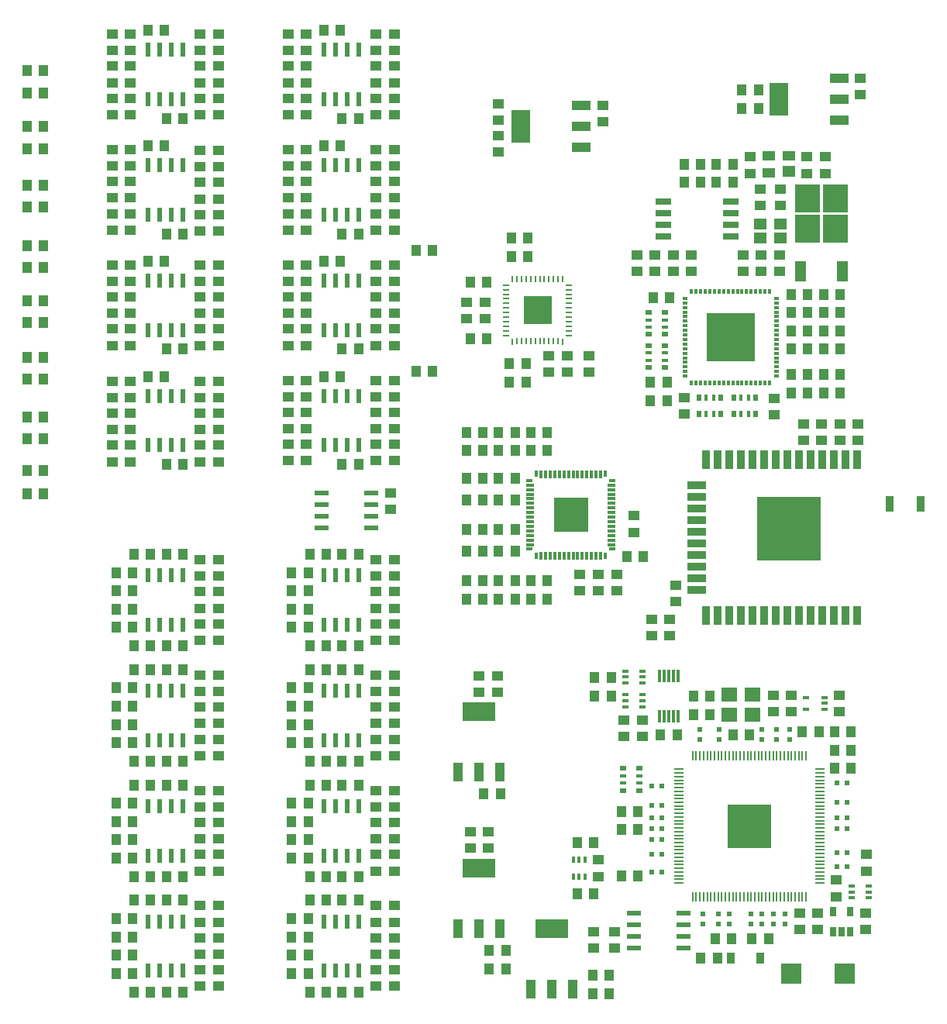
<source format=gtp>
G04 #@! TF.GenerationSoftware,KiCad,Pcbnew,(5.1.0-0)*
G04 #@! TF.CreationDate,2019-05-15T16:19:01+02:00*
G04 #@! TF.ProjectId,freeDSP-aurora,66726565-4453-4502-9d61-75726f72612e,rev?*
G04 #@! TF.SameCoordinates,Original*
G04 #@! TF.FileFunction,Paste,Top*
G04 #@! TF.FilePolarity,Positive*
%FSLAX46Y46*%
G04 Gerber Fmt 4.6, Leading zero omitted, Abs format (unit mm)*
G04 Created by KiCad (PCBNEW (5.1.0-0)) date 2019-05-15 16:19:01*
%MOMM*%
%LPD*%
G04 APERTURE LIST*
%ADD10R,1.000000X0.230000*%
%ADD11R,0.230000X1.000000*%
%ADD12R,4.800000X4.800000*%
%ADD13O,4.800000X4.800000*%
%ADD14R,1.300000X1.000000*%
%ADD15R,1.000000X1.300000*%
%ADD16R,0.660400X0.406400*%
%ADD17R,1.016000X2.032000*%
%ADD18R,3.657600X2.032000*%
%ADD19R,0.600000X1.550000*%
%ADD20R,2.200000X2.200000*%
%ADD21R,0.500000X0.800000*%
%ADD22R,0.400000X0.800000*%
%ADD23R,0.400000X0.790000*%
%ADD24R,0.500000X0.790000*%
%ADD25R,0.800000X0.500000*%
%ADD26R,0.800000X0.400000*%
%ADD27R,1.400000X1.200000*%
%ADD28R,0.650000X0.250000*%
%ADD29R,0.700000X0.250000*%
%ADD30R,0.250000X0.650000*%
%ADD31R,0.250000X0.700000*%
%ADD32R,3.060000X3.060000*%
%ADD33R,0.750000X0.300000*%
%ADD34R,0.850000X0.300000*%
%ADD35R,0.300000X0.750000*%
%ADD36R,0.300000X0.850000*%
%ADD37R,3.690000X3.690000*%
%ADD38R,0.600000X0.500000*%
%ADD39R,0.500000X0.600000*%
%ADD40R,1.700000X1.500000*%
%ADD41R,0.398780X0.749300*%
%ADD42R,0.650000X1.060000*%
%ADD43R,0.650000X0.400000*%
%ADD44R,0.300000X1.400000*%
%ADD45R,0.749300X0.398780*%
%ADD46R,0.900000X2.000000*%
%ADD47R,2.000000X0.900000*%
%ADD48R,7.000000X7.000000*%
%ADD49R,2.032000X3.657600*%
%ADD50R,2.032000X1.016000*%
%ADD51R,5.250000X5.250000*%
%ADD52R,0.550000X0.300000*%
%ADD53R,0.300000X0.550000*%
%ADD54R,0.910000X1.220000*%
%ADD55R,1.700000X0.650000*%
%ADD56R,1.399540X1.198880*%
%ADD57R,1.399540X1.000760*%
%ADD58R,1.550000X0.600000*%
%ADD59R,1.200000X2.200000*%
%ADD60R,2.750000X3.050000*%
%ADD61R,0.900000X1.700000*%
G04 APERTURE END LIST*
D10*
X171200000Y-128300000D03*
X171200000Y-128700000D03*
X171200000Y-129100000D03*
X171200000Y-129500000D03*
X171200000Y-129900000D03*
X171200000Y-130300000D03*
X171200000Y-130700000D03*
X171200000Y-131100000D03*
X171200000Y-131500000D03*
X171200000Y-131900000D03*
X171200000Y-132300000D03*
X171200000Y-132700000D03*
X171200000Y-133100000D03*
X171200000Y-133500000D03*
X171200000Y-133900000D03*
X171200000Y-134300000D03*
X171200000Y-134700000D03*
X171200000Y-135100000D03*
X171200000Y-135500000D03*
X171200000Y-135900000D03*
X171200000Y-136300000D03*
X171200000Y-136700000D03*
X171200000Y-137100000D03*
X171200000Y-137500000D03*
X171200000Y-137900000D03*
X171200000Y-138300000D03*
X171200000Y-138700000D03*
X171200000Y-139100000D03*
X171200000Y-139500000D03*
X171200000Y-139900000D03*
X171200000Y-140300000D03*
X171200000Y-140700000D03*
D11*
X172700000Y-142200000D03*
X173100000Y-142200000D03*
X173500000Y-142200000D03*
X173900000Y-142200000D03*
X174300000Y-142200000D03*
X174700000Y-142200000D03*
X175100000Y-142200000D03*
X175500000Y-142200000D03*
X175900000Y-142200000D03*
X176300000Y-142200000D03*
X176700000Y-142200000D03*
X177100000Y-142200000D03*
X177500000Y-142200000D03*
X177900000Y-142200000D03*
X178300000Y-142200000D03*
X178700000Y-142200000D03*
X179100000Y-142200000D03*
X179500000Y-142200000D03*
X179900000Y-142200000D03*
X180300000Y-142200000D03*
X180700000Y-142200000D03*
X181100000Y-142200000D03*
X181500000Y-142200000D03*
X181900000Y-142200000D03*
X182300000Y-142200000D03*
X182700000Y-142200000D03*
X183100000Y-142200000D03*
X183500000Y-142200000D03*
X183900000Y-142200000D03*
X184300000Y-142200000D03*
X184700000Y-142200000D03*
X185100000Y-142200000D03*
D10*
X186600000Y-140700000D03*
X186600000Y-140300000D03*
X186600000Y-139900000D03*
X186600000Y-139500000D03*
X186600000Y-139100000D03*
X186600000Y-138700000D03*
X186600000Y-138300000D03*
X186600000Y-137900000D03*
X186600000Y-137500000D03*
X186600000Y-137100000D03*
X186600000Y-136700000D03*
X186600000Y-136300000D03*
X186600000Y-135900000D03*
X186600000Y-135500000D03*
X186600000Y-135100000D03*
X186600000Y-134700000D03*
X186600000Y-134300000D03*
X186600000Y-133900000D03*
X186600000Y-133500000D03*
X186600000Y-133100000D03*
X186600000Y-132700000D03*
X186600000Y-132300000D03*
X186600000Y-131900000D03*
X186600000Y-131500000D03*
X186600000Y-131100000D03*
X186600000Y-130700000D03*
X186600000Y-130300000D03*
X186600000Y-129900000D03*
X186600000Y-129500000D03*
X186600000Y-129100000D03*
X186600000Y-128700000D03*
X186600000Y-128300000D03*
D11*
X185100000Y-126800000D03*
X184700000Y-126800000D03*
X184300000Y-126800000D03*
X183900000Y-126800000D03*
X183500000Y-126800000D03*
X183100000Y-126800000D03*
X182700000Y-126800000D03*
X182300000Y-126800000D03*
X181900000Y-126800000D03*
X181500000Y-126800000D03*
X181100000Y-126800000D03*
X180700000Y-126800000D03*
X180300000Y-126800000D03*
X179900000Y-126800000D03*
X179500000Y-126800000D03*
X179100000Y-126800000D03*
X178700000Y-126800000D03*
X178300000Y-126800000D03*
X177900000Y-126800000D03*
X177500000Y-126800000D03*
X177100000Y-126800000D03*
X176700000Y-126800000D03*
X176300000Y-126800000D03*
X175900000Y-126800000D03*
X175500000Y-126800000D03*
X175100000Y-126800000D03*
X174700000Y-126800000D03*
X174300000Y-126800000D03*
X173900000Y-126800000D03*
X173500000Y-126800000D03*
X173100000Y-126800000D03*
X172700000Y-126800000D03*
D12*
X178900000Y-134500000D03*
D13*
X178900000Y-134500000D03*
D14*
X191600000Y-145800000D03*
X191600000Y-144000000D03*
D15*
X150500000Y-150100000D03*
X152300000Y-150100000D03*
D16*
X185084000Y-121760400D03*
X185084000Y-120439600D03*
X187116000Y-121100000D03*
X187116000Y-120439600D03*
X187116000Y-121760400D03*
D15*
X149900000Y-131000000D03*
X151700000Y-131000000D03*
D17*
X147114000Y-128602000D03*
X151686000Y-128602000D03*
X149400000Y-128602000D03*
D18*
X149400000Y-121998000D03*
D14*
X170900000Y-108200000D03*
X170900000Y-110000000D03*
X151400000Y-118100000D03*
X151400000Y-119900000D03*
X149400000Y-118100000D03*
X149400000Y-119900000D03*
D19*
X132395000Y-137700000D03*
X133665000Y-137700000D03*
X134935000Y-137700000D03*
X136205000Y-137700000D03*
X136205000Y-132300000D03*
X134935000Y-132300000D03*
X133665000Y-132300000D03*
X132395000Y-132300000D03*
X132395000Y-112500000D03*
X133665000Y-112500000D03*
X134935000Y-112500000D03*
X136205000Y-112500000D03*
X136205000Y-107100000D03*
X134935000Y-107100000D03*
X133665000Y-107100000D03*
X132395000Y-107100000D03*
D14*
X120900000Y-78500000D03*
X120900000Y-76700000D03*
D20*
X189300000Y-150600000D03*
X183500000Y-150600000D03*
D14*
X184400000Y-145800000D03*
X184400000Y-144000000D03*
D15*
X155000000Y-91500000D03*
X156800000Y-91500000D03*
X130900000Y-114800000D03*
X132700000Y-114800000D03*
D14*
X120900000Y-114200000D03*
X120900000Y-112400000D03*
X140100000Y-114200000D03*
X140100000Y-112400000D03*
D15*
X111700000Y-114800000D03*
X113500000Y-114800000D03*
X128900000Y-106800000D03*
X130700000Y-106800000D03*
X109700000Y-106800000D03*
X111500000Y-106800000D03*
X151500000Y-93500000D03*
X153300000Y-93500000D03*
D14*
X120900000Y-107200000D03*
X120900000Y-105400000D03*
D15*
X128900000Y-108800000D03*
X130700000Y-108800000D03*
X111700000Y-127400000D03*
X113500000Y-127400000D03*
X130900000Y-127400000D03*
X132700000Y-127400000D03*
X156800000Y-93500000D03*
X155000000Y-93500000D03*
D14*
X120900000Y-126800000D03*
X120900000Y-125000000D03*
X140100000Y-126800000D03*
X140100000Y-125000000D03*
D15*
X109700000Y-119400000D03*
X111500000Y-119400000D03*
X128900000Y-119400000D03*
X130700000Y-119400000D03*
X148000000Y-96500000D03*
X149800000Y-96500000D03*
X148000000Y-98900000D03*
X149800000Y-98900000D03*
X153300000Y-98900000D03*
X151500000Y-98900000D03*
X109700000Y-121400000D03*
X111500000Y-121400000D03*
X128900000Y-121400000D03*
X130700000Y-121400000D03*
X153300000Y-102100000D03*
X151500000Y-102100000D03*
X111700000Y-140000000D03*
X113500000Y-140000000D03*
D14*
X120900000Y-139400000D03*
X120900000Y-137600000D03*
D15*
X109700000Y-132000000D03*
X111500000Y-132000000D03*
X149800000Y-102100000D03*
X148000000Y-102100000D03*
X156800000Y-107700000D03*
X155000000Y-107700000D03*
X109700000Y-134000000D03*
X111500000Y-134000000D03*
D14*
X120900000Y-132400000D03*
X120900000Y-130600000D03*
D15*
X130900000Y-140000000D03*
X132700000Y-140000000D03*
D14*
X140100000Y-139400000D03*
X140100000Y-137600000D03*
X164400000Y-107000000D03*
X164400000Y-108800000D03*
D15*
X165500000Y-105100000D03*
X167300000Y-105100000D03*
X128900000Y-132000000D03*
X130700000Y-132000000D03*
X149800000Y-104500000D03*
X148000000Y-104500000D03*
X111700000Y-152600000D03*
X113500000Y-152600000D03*
X130900000Y-152600000D03*
X132700000Y-152600000D03*
D14*
X120900000Y-152000000D03*
X120900000Y-150200000D03*
X140100000Y-152000000D03*
X140100000Y-150200000D03*
D15*
X153300000Y-96500000D03*
X151500000Y-96500000D03*
X153300000Y-104500000D03*
X151500000Y-104500000D03*
D14*
X160400000Y-107000000D03*
X160400000Y-108800000D03*
D15*
X109700000Y-144600000D03*
X111500000Y-144600000D03*
X128900000Y-144600000D03*
X130700000Y-144600000D03*
X151500000Y-107700000D03*
X153300000Y-107700000D03*
X156800000Y-109700000D03*
X155000000Y-109700000D03*
X109700000Y-146600000D03*
X111500000Y-146600000D03*
X128900000Y-146600000D03*
X130700000Y-146600000D03*
X113500000Y-104800000D03*
X111700000Y-104800000D03*
X132700000Y-104800000D03*
X130900000Y-104800000D03*
X113500000Y-117400000D03*
X111700000Y-117400000D03*
X132700000Y-117400000D03*
X130900000Y-117400000D03*
X113500000Y-130000000D03*
X111700000Y-130000000D03*
X132700000Y-130000000D03*
X130900000Y-130000000D03*
X113500000Y-142600000D03*
X111700000Y-142600000D03*
X132700000Y-142600000D03*
X130900000Y-142600000D03*
D14*
X118900000Y-114200000D03*
X118900000Y-112400000D03*
X138100000Y-114200000D03*
X138100000Y-112400000D03*
D15*
X109700000Y-112800000D03*
X111500000Y-112800000D03*
X128900000Y-112800000D03*
X130700000Y-112800000D03*
X117000000Y-114800000D03*
X115200000Y-114800000D03*
X136200000Y-114800000D03*
X134400000Y-114800000D03*
X109700000Y-110800000D03*
X111500000Y-110800000D03*
X128900000Y-110800000D03*
X130700000Y-110800000D03*
D14*
X120900000Y-108900000D03*
X120900000Y-110700000D03*
X140100000Y-108900000D03*
X140100000Y-110700000D03*
D15*
X117000000Y-104800000D03*
X115200000Y-104800000D03*
D14*
X138100000Y-105400000D03*
X138100000Y-107200000D03*
D15*
X148000000Y-91500000D03*
X149800000Y-91500000D03*
D14*
X118900000Y-126800000D03*
X118900000Y-125000000D03*
X138100000Y-126800000D03*
X138100000Y-125000000D03*
D15*
X109700000Y-125400000D03*
X111500000Y-125400000D03*
X128900000Y-125400000D03*
X130700000Y-125400000D03*
X117000000Y-127400000D03*
X115200000Y-127400000D03*
X136200000Y-127400000D03*
X134400000Y-127400000D03*
X148000000Y-93500000D03*
X149800000Y-93500000D03*
X109700000Y-123400000D03*
X111500000Y-123400000D03*
X128900000Y-123400000D03*
X130700000Y-123400000D03*
D14*
X120900000Y-121500000D03*
X120900000Y-123300000D03*
X140100000Y-121500000D03*
X140100000Y-123300000D03*
X118900000Y-118000000D03*
X118900000Y-119800000D03*
X138100000Y-118000000D03*
X138100000Y-119800000D03*
D15*
X148000000Y-107700000D03*
X149800000Y-107700000D03*
D14*
X166300000Y-100600000D03*
X166300000Y-102400000D03*
X118900000Y-139400000D03*
X118900000Y-137600000D03*
D15*
X109700000Y-138000000D03*
X111500000Y-138000000D03*
X117000000Y-140000000D03*
X115200000Y-140000000D03*
X109700000Y-136000000D03*
X111500000Y-136000000D03*
D14*
X120900000Y-134100000D03*
X120900000Y-135900000D03*
X118900000Y-130600000D03*
X118900000Y-132400000D03*
D15*
X148000000Y-109700000D03*
X149800000Y-109700000D03*
D14*
X118900000Y-134100000D03*
X118900000Y-135900000D03*
D15*
X117000000Y-130000000D03*
X115200000Y-130000000D03*
D14*
X138100000Y-139400000D03*
X138100000Y-137600000D03*
D15*
X128900000Y-138000000D03*
X130700000Y-138000000D03*
X136200000Y-140000000D03*
X134400000Y-140000000D03*
X128900000Y-136000000D03*
X130700000Y-136000000D03*
D14*
X118900000Y-152000000D03*
X118900000Y-150200000D03*
X138100000Y-152000000D03*
X138100000Y-150200000D03*
D15*
X109700000Y-150600000D03*
X111500000Y-150600000D03*
X128900000Y-150600000D03*
X130700000Y-150600000D03*
X117000000Y-152600000D03*
X115200000Y-152600000D03*
X136200000Y-152600000D03*
X134400000Y-152600000D03*
X109700000Y-148600000D03*
X111500000Y-148600000D03*
X128900000Y-148600000D03*
X130700000Y-148600000D03*
D14*
X120900000Y-146700000D03*
X120900000Y-148500000D03*
X140100000Y-146700000D03*
X140100000Y-148500000D03*
X118900000Y-143200000D03*
X118900000Y-145000000D03*
X138100000Y-143200000D03*
X138100000Y-145000000D03*
X128500000Y-51500000D03*
X128500000Y-53300000D03*
X109300000Y-51500000D03*
X109300000Y-53300000D03*
X130500000Y-48000000D03*
X130500000Y-49800000D03*
X111300000Y-48000000D03*
X111300000Y-49800000D03*
X138100000Y-56800000D03*
X138100000Y-55000000D03*
X118900000Y-56800000D03*
X118900000Y-55000000D03*
X138100000Y-49800000D03*
X138100000Y-48000000D03*
X118900000Y-49800000D03*
X118900000Y-48000000D03*
X161400000Y-83100000D03*
X161400000Y-84900000D03*
X109300000Y-64100000D03*
X109300000Y-65900000D03*
X128500000Y-64100000D03*
X128500000Y-65900000D03*
X111300000Y-60600000D03*
X111300000Y-62400000D03*
X130500000Y-60600000D03*
X130500000Y-62400000D03*
D15*
X152700000Y-84000000D03*
X154500000Y-84000000D03*
D14*
X118900000Y-69500000D03*
X118900000Y-67700000D03*
X138100000Y-69400000D03*
X138100000Y-67600000D03*
X118900000Y-62500000D03*
X118900000Y-60700000D03*
X138100000Y-62400000D03*
X138100000Y-60600000D03*
D15*
X150200000Y-81300000D03*
X148400000Y-81300000D03*
D14*
X109300000Y-76700000D03*
X109300000Y-78500000D03*
X128500000Y-76700000D03*
X128500000Y-78500000D03*
X111300000Y-73200000D03*
X111300000Y-75000000D03*
X130500000Y-73200000D03*
X130500000Y-75000000D03*
X150000000Y-79100000D03*
X150000000Y-77300000D03*
X118900000Y-82000000D03*
X118900000Y-80200000D03*
X138100000Y-82000000D03*
X138100000Y-80200000D03*
X118900000Y-75000000D03*
X118900000Y-73200000D03*
X138100000Y-75000000D03*
X138100000Y-73200000D03*
D15*
X150200000Y-75100000D03*
X148400000Y-75100000D03*
D14*
X109300000Y-89400000D03*
X109300000Y-91200000D03*
X128500000Y-89300000D03*
X128500000Y-91100000D03*
X111300000Y-85900000D03*
X111300000Y-87700000D03*
X130500000Y-85800000D03*
X130500000Y-87600000D03*
D15*
X152900000Y-72300000D03*
X154700000Y-72300000D03*
D14*
X118900000Y-94700000D03*
X118900000Y-92900000D03*
X138100000Y-94600000D03*
X138100000Y-92800000D03*
X118900000Y-87700000D03*
X118900000Y-85900000D03*
X138100000Y-87600000D03*
X138100000Y-85800000D03*
X157000000Y-83100000D03*
X157000000Y-84900000D03*
D15*
X132400000Y-47600000D03*
X134200000Y-47600000D03*
X113200000Y-47600000D03*
X115000000Y-47600000D03*
X113200000Y-60200000D03*
X115000000Y-60200000D03*
X132400000Y-60200000D03*
X134200000Y-60200000D03*
X113200000Y-72800000D03*
X115000000Y-72800000D03*
X132400000Y-72800000D03*
X134200000Y-72800000D03*
X113200000Y-85400000D03*
X115000000Y-85400000D03*
X132400000Y-85400000D03*
X134200000Y-85400000D03*
X134400000Y-57200000D03*
X136200000Y-57200000D03*
D14*
X130500000Y-55000000D03*
X130500000Y-56800000D03*
D15*
X115200000Y-57200000D03*
X117000000Y-57200000D03*
D14*
X111300000Y-55000000D03*
X111300000Y-56800000D03*
X128500000Y-55000000D03*
X128500000Y-56800000D03*
X109300000Y-55000000D03*
X109300000Y-56800000D03*
X128500000Y-48000000D03*
X128500000Y-49800000D03*
X109300000Y-48000000D03*
X109300000Y-49800000D03*
X130500000Y-51500000D03*
X130500000Y-53300000D03*
X111300000Y-51500000D03*
X111300000Y-53300000D03*
X140100000Y-55000000D03*
X140100000Y-56800000D03*
X138100000Y-51500000D03*
X138100000Y-53300000D03*
X120900000Y-55000000D03*
X120900000Y-56800000D03*
X118900000Y-51500000D03*
X118900000Y-53300000D03*
X140100000Y-53300000D03*
X140100000Y-51500000D03*
X120900000Y-53300000D03*
X120900000Y-51500000D03*
D15*
X115200000Y-69800000D03*
X117000000Y-69800000D03*
D14*
X111300000Y-67600000D03*
X111300000Y-69400000D03*
D15*
X134400000Y-69800000D03*
X136200000Y-69800000D03*
D14*
X130500000Y-67600000D03*
X130500000Y-69400000D03*
X109300000Y-67600000D03*
X109300000Y-69400000D03*
X128500000Y-67600000D03*
X128500000Y-69400000D03*
D15*
X154500000Y-86000000D03*
X152700000Y-86000000D03*
D14*
X109300000Y-60600000D03*
X109300000Y-62400000D03*
X128500000Y-60600000D03*
X128500000Y-62400000D03*
X111300000Y-64100000D03*
X111300000Y-65900000D03*
X130500000Y-64100000D03*
X130500000Y-65900000D03*
X120900000Y-67700000D03*
X120900000Y-69500000D03*
X118900000Y-64200000D03*
X118900000Y-66000000D03*
X140100000Y-67600000D03*
X140100000Y-69400000D03*
X138100000Y-64100000D03*
X138100000Y-65900000D03*
X120900000Y-66000000D03*
X120900000Y-64200000D03*
X140100000Y-65900000D03*
X140100000Y-64100000D03*
D15*
X142500000Y-84800000D03*
X144300000Y-84800000D03*
X115200000Y-82400000D03*
X117000000Y-82400000D03*
D14*
X111300000Y-80200000D03*
X111300000Y-82000000D03*
D15*
X134400000Y-82400000D03*
X136200000Y-82400000D03*
D14*
X130500000Y-80200000D03*
X130500000Y-82000000D03*
X109300000Y-80200000D03*
X109300000Y-82000000D03*
X128500000Y-80200000D03*
X128500000Y-82000000D03*
X109300000Y-73200000D03*
X109300000Y-75000000D03*
X128500000Y-73200000D03*
X128500000Y-75000000D03*
X111300000Y-76700000D03*
X111300000Y-78500000D03*
X130500000Y-76700000D03*
X130500000Y-78500000D03*
X120900000Y-80200000D03*
X120900000Y-82000000D03*
X118900000Y-76700000D03*
X118900000Y-78500000D03*
X140100000Y-80200000D03*
X140100000Y-82000000D03*
X138100000Y-76700000D03*
X138100000Y-78500000D03*
D15*
X142500000Y-71600000D03*
X144300000Y-71600000D03*
D14*
X140100000Y-78500000D03*
X140100000Y-76700000D03*
D15*
X115200000Y-95000000D03*
X117000000Y-95000000D03*
D14*
X111300000Y-92900000D03*
X111300000Y-94700000D03*
D15*
X134400000Y-95000000D03*
X136200000Y-95000000D03*
D14*
X130500000Y-92800000D03*
X130500000Y-94600000D03*
D15*
X154700000Y-70300000D03*
X152900000Y-70300000D03*
D14*
X109300000Y-92900000D03*
X109300000Y-94700000D03*
X128500000Y-92800000D03*
X128500000Y-94600000D03*
X109300000Y-85900000D03*
X109300000Y-87700000D03*
X128500000Y-85800000D03*
X128500000Y-87600000D03*
X111300000Y-89400000D03*
X111300000Y-91200000D03*
X130500000Y-89300000D03*
X130500000Y-91100000D03*
X120900000Y-92900000D03*
X120900000Y-94700000D03*
X118900000Y-89400000D03*
X118900000Y-91200000D03*
X140100000Y-92800000D03*
X140100000Y-94600000D03*
X138100000Y-89300000D03*
X138100000Y-91100000D03*
X120900000Y-91200000D03*
X120900000Y-89400000D03*
X140100000Y-91100000D03*
X140100000Y-89300000D03*
D15*
X161800000Y-152800000D03*
X163600000Y-152800000D03*
D14*
X161900000Y-147800000D03*
X161900000Y-146000000D03*
D15*
X179900000Y-54100000D03*
X178100000Y-54100000D03*
X185300000Y-82400000D03*
X183500000Y-82400000D03*
X183500000Y-78400000D03*
X185300000Y-78400000D03*
X185300000Y-80400000D03*
X183500000Y-80400000D03*
X187000000Y-80400000D03*
X188800000Y-80400000D03*
D14*
X182300000Y-66700000D03*
X182300000Y-64900000D03*
X180100000Y-66700000D03*
X180100000Y-64900000D03*
X168600000Y-72100000D03*
X168600000Y-73900000D03*
X179000000Y-63200000D03*
X179000000Y-61400000D03*
X182200000Y-73900000D03*
X182200000Y-72100000D03*
X172600000Y-73900000D03*
X172600000Y-72100000D03*
D15*
X169900000Y-86000000D03*
X168100000Y-86000000D03*
D14*
X181600000Y-87800000D03*
X181600000Y-89600000D03*
D15*
X183500000Y-87200000D03*
X185300000Y-87200000D03*
X183500000Y-76400000D03*
X185300000Y-76400000D03*
X170200000Y-76800000D03*
X168400000Y-76800000D03*
D14*
X171800000Y-87700000D03*
X171800000Y-89500000D03*
D15*
X188800000Y-87200000D03*
X187000000Y-87200000D03*
X188800000Y-85200000D03*
X187000000Y-85200000D03*
X187000000Y-76400000D03*
X188800000Y-76400000D03*
X187000000Y-78400000D03*
X188800000Y-78400000D03*
D14*
X166600000Y-72100000D03*
X166600000Y-73900000D03*
X180200000Y-73900000D03*
X180200000Y-72100000D03*
X178200000Y-73900000D03*
X178200000Y-72100000D03*
D15*
X171800000Y-62200000D03*
X173600000Y-62200000D03*
X171800000Y-64200000D03*
X173600000Y-64200000D03*
X177100000Y-62200000D03*
X175300000Y-62200000D03*
X177100000Y-64200000D03*
X175300000Y-64200000D03*
D14*
X187200000Y-63200000D03*
X187200000Y-61400000D03*
X185200000Y-63200000D03*
X185200000Y-61400000D03*
D15*
X185300000Y-85200000D03*
X183500000Y-85200000D03*
X187000000Y-82400000D03*
X188800000Y-82400000D03*
D21*
X179600000Y-87700000D03*
D22*
X178000000Y-87700000D03*
D23*
X178800000Y-87700000D03*
D24*
X177200000Y-87700000D03*
D23*
X178800000Y-89500000D03*
D21*
X179600000Y-89500000D03*
D22*
X178000000Y-89500000D03*
D24*
X177200000Y-89500000D03*
X175800000Y-87700000D03*
D22*
X174200000Y-87700000D03*
X175000000Y-87700000D03*
D21*
X173400000Y-87700000D03*
D22*
X175000000Y-89500000D03*
D24*
X175800000Y-89500000D03*
D22*
X174200000Y-89500000D03*
D21*
X173400000Y-89500000D03*
D25*
X169700000Y-84400000D03*
D26*
X169700000Y-82800000D03*
X169700000Y-83600000D03*
D25*
X169700000Y-82000000D03*
D26*
X167900000Y-83600000D03*
D25*
X167900000Y-84400000D03*
D26*
X167900000Y-82800000D03*
D25*
X167900000Y-82000000D03*
X169700000Y-80800000D03*
D26*
X169700000Y-79200000D03*
X169700000Y-80000000D03*
D25*
X169700000Y-78400000D03*
D26*
X167900000Y-80000000D03*
D25*
X167900000Y-80800000D03*
D26*
X167900000Y-79200000D03*
D25*
X167900000Y-78400000D03*
D14*
X170600000Y-73900000D03*
X170600000Y-72100000D03*
D15*
X169900000Y-88000000D03*
X168100000Y-88000000D03*
D14*
X148000000Y-79100000D03*
X148000000Y-77300000D03*
X159000000Y-83100000D03*
X159000000Y-84900000D03*
D15*
X151500000Y-91500000D03*
X153300000Y-91500000D03*
X151500000Y-109700000D03*
X153300000Y-109700000D03*
D14*
X162400000Y-107000000D03*
X162400000Y-108800000D03*
D27*
X182300000Y-68700000D03*
X180100000Y-70300000D03*
X180100000Y-68700000D03*
X182300000Y-70300000D03*
D14*
X191000000Y-52800000D03*
X191000000Y-54600000D03*
D15*
X179900000Y-56100000D03*
X178100000Y-56100000D03*
X161800000Y-150800000D03*
X163600000Y-150800000D03*
D28*
X159181250Y-80906250D03*
D29*
X159156250Y-80406250D03*
X159156250Y-79906250D03*
X159156250Y-79406250D03*
X159156250Y-78906250D03*
X159156250Y-78406250D03*
X159156250Y-77906250D03*
X159156250Y-77406250D03*
X159156250Y-76906250D03*
X159156250Y-76406250D03*
X159156250Y-75906250D03*
D28*
X159181250Y-75406250D03*
D30*
X158506250Y-74731250D03*
D31*
X158006250Y-74756250D03*
X157506250Y-74756250D03*
X157006250Y-74756250D03*
X156506250Y-74756250D03*
X156006250Y-74756250D03*
X155506250Y-74756250D03*
X155006250Y-74756250D03*
X154506250Y-74756250D03*
X154006250Y-74756250D03*
X153506250Y-74756250D03*
D30*
X152981250Y-74731250D03*
D28*
X152331250Y-75406250D03*
D29*
X152356250Y-75906250D03*
X152356250Y-76406250D03*
X152356250Y-76906250D03*
X152356250Y-77406250D03*
X152356250Y-77906250D03*
X152356250Y-78406250D03*
X152356250Y-78906250D03*
X152356250Y-79406250D03*
X152356250Y-79906250D03*
X152356250Y-80406250D03*
D28*
X152331250Y-80906250D03*
D30*
X153006250Y-81581250D03*
D31*
X153506250Y-81556250D03*
X154006250Y-81556250D03*
X154506250Y-81556250D03*
X155006250Y-81556250D03*
X155506250Y-81556250D03*
X156006250Y-81556250D03*
X156506250Y-81556250D03*
X157006250Y-81556250D03*
X157506250Y-81556250D03*
X158006250Y-81556250D03*
D30*
X158506250Y-81581250D03*
D32*
X155756250Y-78156250D03*
D33*
X154900000Y-96750000D03*
D34*
X154950000Y-97250000D03*
X154950000Y-97750000D03*
X154950000Y-98250000D03*
X154950000Y-98750000D03*
X154950000Y-99250000D03*
X154950000Y-99750000D03*
X154950000Y-100250000D03*
X154950000Y-100750000D03*
X154950000Y-101250000D03*
X154950000Y-101750000D03*
X154950000Y-102250000D03*
X154950000Y-102750000D03*
X154950000Y-103250000D03*
X154950000Y-103750000D03*
D33*
X154900000Y-104250000D03*
D35*
X155650000Y-105000000D03*
D36*
X156150000Y-104950000D03*
X156650000Y-104950000D03*
X157150000Y-104950000D03*
X157650000Y-104950000D03*
X158150000Y-104950000D03*
X158650000Y-104950000D03*
X159150000Y-104950000D03*
X159650000Y-104950000D03*
X160150000Y-104950000D03*
X160650000Y-104950000D03*
X161150000Y-104950000D03*
X161650000Y-104950000D03*
X162150000Y-104950000D03*
X162650000Y-104950000D03*
D35*
X163150000Y-105000000D03*
D33*
X163900000Y-104250000D03*
D34*
X163850000Y-103750000D03*
X163850000Y-103250000D03*
X163850000Y-102750000D03*
X163850000Y-102250000D03*
X163850000Y-101750000D03*
X163850000Y-101250000D03*
X163850000Y-100750000D03*
X163850000Y-100250000D03*
X163850000Y-99750000D03*
X163850000Y-99250000D03*
X163850000Y-98750000D03*
X163850000Y-98250000D03*
X163850000Y-97750000D03*
X163850000Y-97250000D03*
D33*
X163900000Y-96750000D03*
D35*
X163150000Y-96000000D03*
D36*
X162650000Y-96050000D03*
X162150000Y-96050000D03*
X161650000Y-96050000D03*
X161150000Y-96050000D03*
X160650000Y-96050000D03*
X160150000Y-96050000D03*
X159650000Y-96050000D03*
X159150000Y-96050000D03*
X158650000Y-96050000D03*
X158150000Y-96050000D03*
X157650000Y-96050000D03*
X157150000Y-96050000D03*
X156650000Y-96050000D03*
X156150000Y-96050000D03*
D35*
X155650000Y-96000000D03*
D37*
X159400000Y-100500000D03*
D15*
X188200000Y-124200000D03*
X190000000Y-124200000D03*
D38*
X169350000Y-133600000D03*
X168250000Y-133600000D03*
D15*
X173600000Y-148900000D03*
X175400000Y-148900000D03*
D14*
X164200000Y-146000000D03*
X164200000Y-147800000D03*
D38*
X169350000Y-132200000D03*
X168250000Y-132200000D03*
X169350000Y-134800000D03*
X168250000Y-134800000D03*
X169350000Y-137600000D03*
X168250000Y-137600000D03*
D39*
X173800000Y-144050000D03*
X173800000Y-145150000D03*
X175500000Y-144050000D03*
X175500000Y-145150000D03*
X179100000Y-144050000D03*
X179100000Y-145150000D03*
X181500000Y-144050000D03*
X181500000Y-145150000D03*
X182800000Y-144050000D03*
X182800000Y-145150000D03*
D38*
X188450000Y-137400000D03*
X189550000Y-137400000D03*
X188450000Y-134800000D03*
X189550000Y-134800000D03*
X188450000Y-131900000D03*
X189550000Y-131900000D03*
D39*
X183300000Y-125050000D03*
X183300000Y-123950000D03*
X175600000Y-125050000D03*
X175600000Y-123950000D03*
D38*
X169350000Y-130100000D03*
X168250000Y-130100000D03*
X169350000Y-136000000D03*
X168250000Y-136000000D03*
X169350000Y-139500000D03*
X168250000Y-139500000D03*
D39*
X176700000Y-144050000D03*
X176700000Y-145150000D03*
X180300000Y-144050000D03*
X180300000Y-145150000D03*
D38*
X188450000Y-138900000D03*
X189550000Y-138900000D03*
X188450000Y-133600000D03*
X189550000Y-133600000D03*
X188450000Y-129800000D03*
X189550000Y-129800000D03*
D39*
X181900000Y-125050000D03*
X181900000Y-123950000D03*
X180300000Y-125050000D03*
X180300000Y-123950000D03*
D14*
X181500000Y-120200000D03*
X181500000Y-122000000D03*
D15*
X172800000Y-122300000D03*
X174600000Y-122300000D03*
X186500000Y-124200000D03*
X184700000Y-124200000D03*
X166700000Y-132900000D03*
X164900000Y-132900000D03*
X166700000Y-134900000D03*
X164900000Y-134900000D03*
X164900000Y-139900000D03*
X166700000Y-139900000D03*
X179200000Y-146800000D03*
X181000000Y-146800000D03*
X175200000Y-146800000D03*
X177000000Y-146800000D03*
D39*
X173500000Y-125050000D03*
X173500000Y-123950000D03*
D15*
X177100000Y-124500000D03*
X178900000Y-124500000D03*
D25*
X165100000Y-128200000D03*
D26*
X165100000Y-129800000D03*
X165100000Y-129000000D03*
D25*
X165100000Y-130600000D03*
D26*
X166900000Y-129000000D03*
D25*
X166900000Y-128200000D03*
D26*
X166900000Y-129800000D03*
D25*
X166900000Y-130600000D03*
D14*
X188700000Y-120200000D03*
X188700000Y-122000000D03*
X183500000Y-120200000D03*
X183500000Y-122000000D03*
D40*
X179270000Y-120100000D03*
X176730000Y-120100000D03*
X176730000Y-122300000D03*
X179270000Y-122300000D03*
D41*
X160950240Y-138150040D03*
X160300000Y-138150040D03*
X159649760Y-138150040D03*
X159649760Y-140049960D03*
X160300000Y-140049960D03*
X160950240Y-140049960D03*
D15*
X160100000Y-136300000D03*
X161900000Y-136300000D03*
D14*
X162400000Y-140000000D03*
X162400000Y-138200000D03*
D15*
X161900000Y-141900000D03*
X160100000Y-141900000D03*
D14*
X150400000Y-135100000D03*
X150400000Y-136900000D03*
D15*
X150500000Y-148100000D03*
X152300000Y-148100000D03*
D14*
X148400000Y-135100000D03*
X148400000Y-136900000D03*
D42*
X188050000Y-146000000D03*
X189000000Y-146000000D03*
X189950000Y-146000000D03*
X189950000Y-143800000D03*
X188050000Y-143800000D03*
D14*
X186400000Y-145800000D03*
X186400000Y-144000000D03*
X188400000Y-142200000D03*
X188400000Y-140400000D03*
X191700000Y-137600000D03*
X191700000Y-139400000D03*
D43*
X190050000Y-141050000D03*
X190050000Y-142350000D03*
X191950000Y-141700000D03*
X190050000Y-141700000D03*
X191950000Y-142350000D03*
X191950000Y-141050000D03*
D15*
X162000000Y-118300000D03*
X163800000Y-118300000D03*
X171000000Y-124500000D03*
X169200000Y-124500000D03*
X162000000Y-120300000D03*
X163800000Y-120300000D03*
D44*
X169100000Y-122500000D03*
X169600000Y-122500000D03*
X170100000Y-122500000D03*
X170600000Y-122500000D03*
X171100000Y-122500000D03*
X171100000Y-118100000D03*
X170600000Y-118100000D03*
X170100000Y-118100000D03*
X169600000Y-118100000D03*
X169100000Y-118100000D03*
D45*
X167249960Y-121450243D03*
X167249960Y-120800003D03*
X167249960Y-120149763D03*
X165350040Y-120149763D03*
X165350040Y-120800003D03*
X165350040Y-121450243D03*
X167249960Y-118850240D03*
X167249960Y-118200000D03*
X167249960Y-117549760D03*
X165350040Y-117549760D03*
X165350040Y-118200000D03*
X165350040Y-118850240D03*
D15*
X172800000Y-120300000D03*
X174600000Y-120300000D03*
D14*
X165200000Y-124700000D03*
X165200000Y-122900000D03*
X167200000Y-124700000D03*
X167200000Y-122900000D03*
D15*
X190000000Y-126200000D03*
X188200000Y-126200000D03*
X190000000Y-128200000D03*
X188200000Y-128200000D03*
D14*
X186800000Y-90600000D03*
X186800000Y-92400000D03*
X190800000Y-90600000D03*
X190800000Y-92400000D03*
X188800000Y-90600000D03*
X188800000Y-92400000D03*
D46*
X190700000Y-94500000D03*
X189430000Y-94500000D03*
X188160000Y-94500000D03*
X186890000Y-94500000D03*
X185620000Y-94500000D03*
X184350000Y-94500000D03*
X183080000Y-94500000D03*
X181810000Y-94500000D03*
X180540000Y-94500000D03*
X179270000Y-94500000D03*
X178000000Y-94500000D03*
X176730000Y-94500000D03*
X175460000Y-94500000D03*
X174190000Y-94500000D03*
D47*
X173190000Y-97285000D03*
X173190000Y-98555000D03*
X173190000Y-99825000D03*
X173190000Y-101095000D03*
X173190000Y-102365000D03*
X173190000Y-103635000D03*
X173190000Y-104905000D03*
X173190000Y-106175000D03*
X173190000Y-107445000D03*
X173190000Y-108715000D03*
D46*
X174190000Y-111500000D03*
X175460000Y-111500000D03*
X176730000Y-111500000D03*
X178000000Y-111500000D03*
X179270000Y-111500000D03*
X180540000Y-111500000D03*
X181810000Y-111500000D03*
X183080000Y-111500000D03*
X184350000Y-111500000D03*
X185620000Y-111500000D03*
X186890000Y-111500000D03*
X188160000Y-111500000D03*
X189430000Y-111500000D03*
X190700000Y-111500000D03*
D48*
X183200000Y-102000000D03*
D14*
X184800000Y-90600000D03*
X184800000Y-92400000D03*
X162900000Y-55800000D03*
X162900000Y-57600000D03*
X151500000Y-57400000D03*
X151500000Y-55600000D03*
X151500000Y-59100000D03*
X151500000Y-60900000D03*
D49*
X153898000Y-58100000D03*
D50*
X160502000Y-58100000D03*
X160502000Y-55814000D03*
X160502000Y-60386000D03*
D18*
X157300000Y-145698000D03*
D17*
X157300000Y-152302000D03*
X159586000Y-152302000D03*
X155014000Y-152302000D03*
D49*
X182098000Y-55114000D03*
D50*
X188702000Y-55114000D03*
X188702000Y-52828000D03*
X188702000Y-57400000D03*
D14*
X170200000Y-111900000D03*
X170200000Y-113700000D03*
X168200000Y-111900000D03*
X168200000Y-113700000D03*
D18*
X149400000Y-139098000D03*
D17*
X149400000Y-145702000D03*
X151686000Y-145702000D03*
X147114000Y-145702000D03*
D51*
X176850000Y-81100000D03*
D52*
X181850000Y-85350000D03*
X181850000Y-84850000D03*
X181850000Y-84350000D03*
X181850000Y-83850000D03*
X181850000Y-83350000D03*
X181850000Y-82850000D03*
X181850000Y-82350000D03*
X181850000Y-81850000D03*
X181850000Y-81350000D03*
X181850000Y-80850000D03*
X181850000Y-80350000D03*
X181850000Y-79850000D03*
X181850000Y-79350000D03*
X181850000Y-78850000D03*
X181850000Y-78350000D03*
X181850000Y-77850000D03*
X181850000Y-77350000D03*
X181850000Y-76850000D03*
D53*
X181100000Y-76100000D03*
X180600000Y-76100000D03*
X180100000Y-76100000D03*
X179600000Y-76100000D03*
X179100000Y-76100000D03*
X178600000Y-76100000D03*
X178100000Y-76100000D03*
X177600000Y-76100000D03*
X177100000Y-76100000D03*
X176600000Y-76100000D03*
X176100000Y-76100000D03*
X175600000Y-76100000D03*
X175100000Y-76100000D03*
X174600000Y-76100000D03*
X174100000Y-76100000D03*
X173600000Y-76100000D03*
X173100000Y-76100000D03*
X172600000Y-76100000D03*
D52*
X171850000Y-76850000D03*
X171850000Y-77350000D03*
X171850000Y-77850000D03*
X171850000Y-78350000D03*
X171850000Y-78850000D03*
X171850000Y-79350000D03*
X171850000Y-79850000D03*
X171850000Y-80350000D03*
X171850000Y-80850000D03*
X171850000Y-81350000D03*
X171850000Y-81850000D03*
X171850000Y-82350000D03*
X171850000Y-82850000D03*
X171850000Y-83350000D03*
X171850000Y-83850000D03*
X171850000Y-84350000D03*
X171850000Y-84850000D03*
X171850000Y-85350000D03*
D53*
X172600000Y-86100000D03*
X173100000Y-86100000D03*
X173600000Y-86100000D03*
X174100000Y-86100000D03*
X174600000Y-86100000D03*
X175100000Y-86100000D03*
X175600000Y-86100000D03*
X176100000Y-86100000D03*
X176600000Y-86100000D03*
X177100000Y-86100000D03*
X177600000Y-86100000D03*
X178100000Y-86100000D03*
X178600000Y-86100000D03*
X179100000Y-86100000D03*
X179600000Y-86100000D03*
X180100000Y-86100000D03*
X180600000Y-86100000D03*
X181100000Y-86100000D03*
D54*
X176865000Y-148900000D03*
X180135000Y-148900000D03*
D55*
X176850000Y-70105000D03*
X176850000Y-68835000D03*
X176850000Y-67565000D03*
X176850000Y-66295000D03*
X169550000Y-66295000D03*
X169550000Y-67565000D03*
X169550000Y-68835000D03*
X169550000Y-70105000D03*
D56*
X183199820Y-62969620D03*
D57*
X183199820Y-61250040D03*
X181000180Y-61250040D03*
X181000180Y-63149960D03*
D19*
X113195000Y-107100000D03*
X114465000Y-107100000D03*
X115735000Y-107100000D03*
X117005000Y-107100000D03*
X117005000Y-112500000D03*
X115735000Y-112500000D03*
X114465000Y-112500000D03*
X113195000Y-112500000D03*
X113195000Y-125100000D03*
X114465000Y-125100000D03*
X115735000Y-125100000D03*
X117005000Y-125100000D03*
X117005000Y-119700000D03*
X115735000Y-119700000D03*
X114465000Y-119700000D03*
X113195000Y-119700000D03*
X132395000Y-119700000D03*
X133665000Y-119700000D03*
X134935000Y-119700000D03*
X136205000Y-119700000D03*
X136205000Y-125100000D03*
X134935000Y-125100000D03*
X133665000Y-125100000D03*
X132395000Y-125100000D03*
X113195000Y-132300000D03*
X114465000Y-132300000D03*
X115735000Y-132300000D03*
X117005000Y-132300000D03*
X117005000Y-137700000D03*
X115735000Y-137700000D03*
X114465000Y-137700000D03*
X113195000Y-137700000D03*
X113195000Y-150300000D03*
X114465000Y-150300000D03*
X115735000Y-150300000D03*
X117005000Y-150300000D03*
X117005000Y-144900000D03*
X115735000Y-144900000D03*
X114465000Y-144900000D03*
X113195000Y-144900000D03*
X132395000Y-144900000D03*
X133665000Y-144900000D03*
X134935000Y-144900000D03*
X136205000Y-144900000D03*
X136205000Y-150300000D03*
X134935000Y-150300000D03*
X133665000Y-150300000D03*
X132395000Y-150300000D03*
X132395000Y-55100000D03*
X133665000Y-55100000D03*
X134935000Y-55100000D03*
X136205000Y-55100000D03*
X136205000Y-49700000D03*
X134935000Y-49700000D03*
X133665000Y-49700000D03*
X132395000Y-49700000D03*
X113195000Y-55100000D03*
X114465000Y-55100000D03*
X115735000Y-55100000D03*
X117005000Y-55100000D03*
X117005000Y-49700000D03*
X115735000Y-49700000D03*
X114465000Y-49700000D03*
X113195000Y-49700000D03*
X113195000Y-62300000D03*
X114465000Y-62300000D03*
X115735000Y-62300000D03*
X117005000Y-62300000D03*
X117005000Y-67700000D03*
X115735000Y-67700000D03*
X114465000Y-67700000D03*
X113195000Y-67700000D03*
X132395000Y-62300000D03*
X133665000Y-62300000D03*
X134935000Y-62300000D03*
X136205000Y-62300000D03*
X136205000Y-67700000D03*
X134935000Y-67700000D03*
X133665000Y-67700000D03*
X132395000Y-67700000D03*
X113195000Y-80300000D03*
X114465000Y-80300000D03*
X115735000Y-80300000D03*
X117005000Y-80300000D03*
X117005000Y-74900000D03*
X115735000Y-74900000D03*
X114465000Y-74900000D03*
X113195000Y-74900000D03*
X132395000Y-80300000D03*
X133665000Y-80300000D03*
X134935000Y-80300000D03*
X136205000Y-80300000D03*
X136205000Y-74900000D03*
X134935000Y-74900000D03*
X133665000Y-74900000D03*
X132395000Y-74900000D03*
X113195000Y-87500000D03*
X114465000Y-87500000D03*
X115735000Y-87500000D03*
X117005000Y-87500000D03*
X117005000Y-92900000D03*
X115735000Y-92900000D03*
X114465000Y-92900000D03*
X113195000Y-92900000D03*
X132395000Y-87500000D03*
X133665000Y-87500000D03*
X134935000Y-87500000D03*
X136205000Y-87500000D03*
X136205000Y-92900000D03*
X134935000Y-92900000D03*
X133665000Y-92900000D03*
X132395000Y-92900000D03*
D58*
X171700000Y-147805000D03*
X171700000Y-146535000D03*
X171700000Y-145265000D03*
X171700000Y-143995000D03*
X166300000Y-143995000D03*
X166300000Y-145265000D03*
X166300000Y-146535000D03*
X166300000Y-147805000D03*
D59*
X184520000Y-73900000D03*
X189080000Y-73900000D03*
D60*
X188325000Y-65925000D03*
X185275000Y-69275000D03*
X185275000Y-65925000D03*
X188325000Y-69275000D03*
D58*
X132200000Y-98095000D03*
X132200000Y-99365000D03*
X132200000Y-100635000D03*
X132200000Y-101905000D03*
X137600000Y-101905000D03*
X137600000Y-100635000D03*
X137600000Y-99365000D03*
X137600000Y-98095000D03*
D61*
X197600000Y-99300000D03*
X194200000Y-99300000D03*
D15*
X101800000Y-54400000D03*
X100000000Y-54400000D03*
X101800000Y-60500000D03*
X100000000Y-60500000D03*
X100000000Y-52000000D03*
X101800000Y-52000000D03*
X101800000Y-73500000D03*
X100000000Y-73500000D03*
X101800000Y-66900000D03*
X100000000Y-66900000D03*
X100000000Y-71100000D03*
X101800000Y-71100000D03*
X100000000Y-64500000D03*
X101800000Y-64500000D03*
X101800000Y-85700000D03*
X100000000Y-85700000D03*
X101800000Y-79500000D03*
X100000000Y-79500000D03*
X100000000Y-83300000D03*
X101800000Y-83300000D03*
X100000000Y-77100000D03*
X101800000Y-77100000D03*
X101800000Y-98200000D03*
X100000000Y-98200000D03*
X101800000Y-92200000D03*
X100000000Y-92200000D03*
X100000000Y-95700000D03*
X101800000Y-95700000D03*
X100000000Y-89800000D03*
X101800000Y-89800000D03*
D14*
X120900000Y-48000000D03*
X120900000Y-49800000D03*
X140100000Y-49800000D03*
X140100000Y-48000000D03*
X120900000Y-60700000D03*
X120900000Y-62500000D03*
X140100000Y-62400000D03*
X140100000Y-60600000D03*
X120900000Y-73200000D03*
X120900000Y-75000000D03*
X140100000Y-75000000D03*
X140100000Y-73200000D03*
X120900000Y-85900000D03*
X120900000Y-87700000D03*
X140100000Y-87600000D03*
X140100000Y-85800000D03*
X139700000Y-98100000D03*
X139700000Y-99900000D03*
D15*
X101800000Y-58100000D03*
X100000000Y-58100000D03*
X109700000Y-108800000D03*
X111500000Y-108800000D03*
D14*
X118900000Y-107200000D03*
X118900000Y-105400000D03*
X118900000Y-108900000D03*
X118900000Y-110700000D03*
X140100000Y-107200000D03*
X140100000Y-105400000D03*
X138100000Y-108900000D03*
X138100000Y-110700000D03*
D15*
X134400000Y-104800000D03*
X136200000Y-104800000D03*
D14*
X120900000Y-119800000D03*
X120900000Y-118000000D03*
X140100000Y-118000000D03*
X140100000Y-119800000D03*
X118900000Y-121500000D03*
X118900000Y-123300000D03*
D15*
X115200000Y-117400000D03*
X117000000Y-117400000D03*
D14*
X138100000Y-121500000D03*
X138100000Y-123300000D03*
D15*
X134400000Y-117400000D03*
X136200000Y-117400000D03*
X130700000Y-134000000D03*
X128900000Y-134000000D03*
D14*
X140100000Y-132400000D03*
X140100000Y-130600000D03*
X140100000Y-134100000D03*
X140100000Y-135900000D03*
X138100000Y-132400000D03*
X138100000Y-130600000D03*
X138100000Y-134100000D03*
X138100000Y-135900000D03*
D15*
X134400000Y-130000000D03*
X136200000Y-130000000D03*
D14*
X120900000Y-145000000D03*
X120900000Y-143200000D03*
X140100000Y-143200000D03*
X140100000Y-145000000D03*
X118900000Y-146700000D03*
X118900000Y-148500000D03*
D15*
X115200000Y-142600000D03*
X117000000Y-142600000D03*
D14*
X138100000Y-146700000D03*
X138100000Y-148500000D03*
D15*
X134400000Y-142600000D03*
X136200000Y-142600000D03*
M02*

</source>
